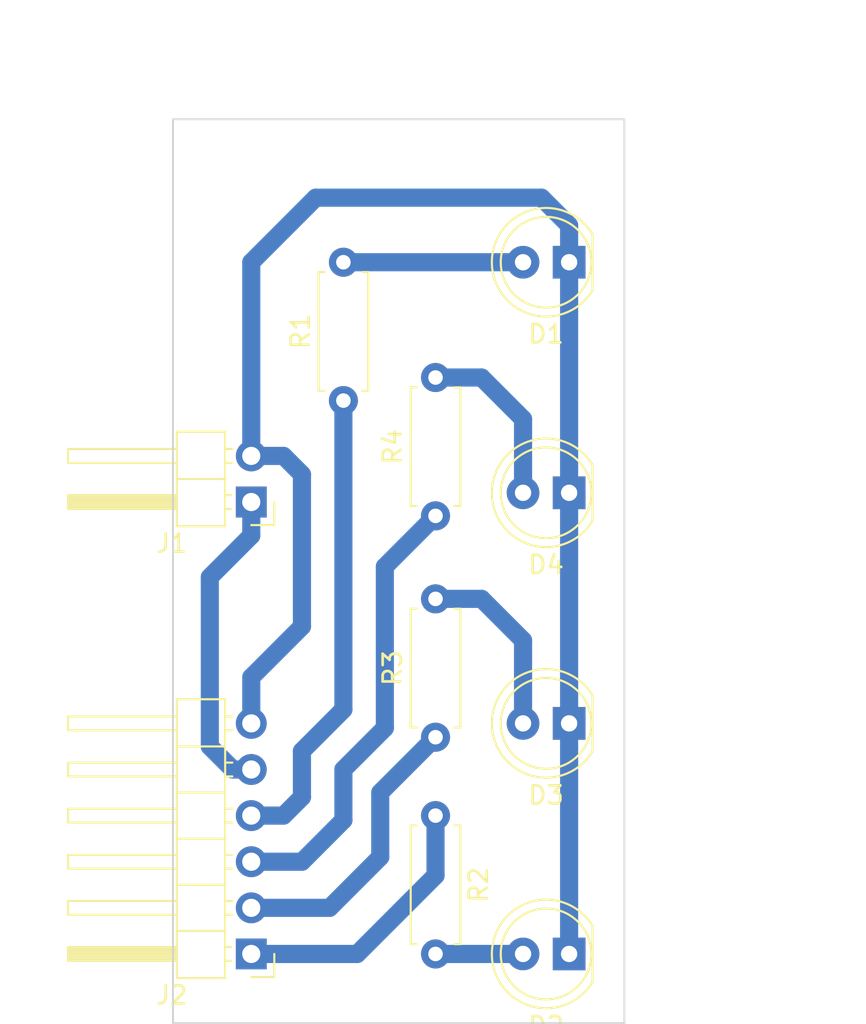
<source format=kicad_pcb>
(kicad_pcb (version 20171130) (host pcbnew "(5.1.2)-2")

  (general
    (thickness 1.6)
    (drawings 9)
    (tracks 45)
    (zones 0)
    (modules 10)
    (nets 11)
  )

  (page A4)
  (layers
    (0 F.Cu signal)
    (31 B.Cu signal)
    (32 B.Adhes user hide)
    (33 F.Adhes user hide)
    (34 B.Paste user hide)
    (35 F.Paste user hide)
    (36 B.SilkS user)
    (37 F.SilkS user)
    (38 B.Mask user hide)
    (39 F.Mask user hide)
    (40 Dwgs.User user)
    (41 Cmts.User user)
    (42 Eco1.User user)
    (43 Eco2.User user)
    (44 Edge.Cuts user)
    (45 Margin user hide)
    (46 B.CrtYd user)
    (47 F.CrtYd user)
    (48 B.Fab user)
    (49 F.Fab user)
  )

  (setup
    (last_trace_width 1)
    (user_trace_width 1)
    (trace_clearance 0.4)
    (zone_clearance 2)
    (zone_45_only no)
    (trace_min 0.2)
    (via_size 0.8)
    (via_drill 0.4)
    (via_min_size 0.4)
    (via_min_drill 0.3)
    (uvia_size 0.3)
    (uvia_drill 0.1)
    (uvias_allowed no)
    (uvia_min_size 0.2)
    (uvia_min_drill 0.1)
    (edge_width 0.05)
    (segment_width 0.2)
    (pcb_text_width 0.3)
    (pcb_text_size 1.5 1.5)
    (mod_edge_width 0.12)
    (mod_text_size 1 1)
    (mod_text_width 0.15)
    (pad_size 1.524 1.524)
    (pad_drill 0.762)
    (pad_to_mask_clearance 0.051)
    (solder_mask_min_width 0.25)
    (aux_axis_origin 0 0)
    (visible_elements 7FF9FFFF)
    (pcbplotparams
      (layerselection 0x010fc_ffffffff)
      (usegerberextensions false)
      (usegerberattributes false)
      (usegerberadvancedattributes false)
      (creategerberjobfile false)
      (excludeedgelayer true)
      (linewidth 0.100000)
      (plotframeref false)
      (viasonmask false)
      (mode 1)
      (useauxorigin false)
      (hpglpennumber 1)
      (hpglpenspeed 20)
      (hpglpendiameter 15.000000)
      (psnegative false)
      (psa4output false)
      (plotreference true)
      (plotvalue true)
      (plotinvisibletext false)
      (padsonsilk false)
      (subtractmaskfromsilk false)
      (outputformat 1)
      (mirror false)
      (drillshape 1)
      (scaleselection 1)
      (outputdirectory ""))
  )

  (net 0 "")
  (net 1 GND)
  (net 2 "Net-(D1-Pad2)")
  (net 3 "Net-(D2-Pad2)")
  (net 4 "Net-(D3-Pad2)")
  (net 5 "Net-(D4-Pad2)")
  (net 6 "Net-(J1-Pad1)")
  (net 7 "Net-(J2-Pad1)")
  (net 8 "Net-(J2-Pad2)")
  (net 9 "Net-(J2-Pad3)")
  (net 10 "Net-(J2-Pad4)")

  (net_class Default "Esta es la clase de red por defecto."
    (clearance 0.4)
    (trace_width 1)
    (via_dia 0.8)
    (via_drill 0.4)
    (uvia_dia 0.3)
    (uvia_drill 0.1)
    (add_net GND)
    (add_net "Net-(D1-Pad2)")
    (add_net "Net-(D2-Pad2)")
    (add_net "Net-(D3-Pad2)")
    (add_net "Net-(D4-Pad2)")
    (add_net "Net-(J1-Pad1)")
    (add_net "Net-(J2-Pad1)")
    (add_net "Net-(J2-Pad2)")
    (add_net "Net-(J2-Pad3)")
    (add_net "Net-(J2-Pad4)")
  )

  (module LED_THT:LED_D5.0mm (layer F.Cu) (tedit 5995936A) (tstamp 5DCBA1B7)
    (at 76.2 43.18 180)
    (descr "LED, diameter 5.0mm, 2 pins, http://cdn-reichelt.de/documents/datenblatt/A500/LL-504BC2E-009.pdf")
    (tags "LED diameter 5.0mm 2 pins")
    (path /5DCB350F)
    (fp_text reference D1 (at 1.27 -3.96) (layer F.SilkS)
      (effects (font (size 1 1) (thickness 0.15)))
    )
    (fp_text value Alimentacion (at 1.27 3.96) (layer F.Fab)
      (effects (font (size 1 1) (thickness 0.15)))
    )
    (fp_arc (start 1.27 0) (end -1.23 -1.469694) (angle 299.1) (layer F.Fab) (width 0.1))
    (fp_arc (start 1.27 0) (end -1.29 -1.54483) (angle 148.9) (layer F.SilkS) (width 0.12))
    (fp_arc (start 1.27 0) (end -1.29 1.54483) (angle -148.9) (layer F.SilkS) (width 0.12))
    (fp_circle (center 1.27 0) (end 3.77 0) (layer F.Fab) (width 0.1))
    (fp_circle (center 1.27 0) (end 3.77 0) (layer F.SilkS) (width 0.12))
    (fp_line (start -1.23 -1.469694) (end -1.23 1.469694) (layer F.Fab) (width 0.1))
    (fp_line (start -1.29 -1.545) (end -1.29 1.545) (layer F.SilkS) (width 0.12))
    (fp_line (start -1.95 -3.25) (end -1.95 3.25) (layer F.CrtYd) (width 0.05))
    (fp_line (start -1.95 3.25) (end 4.5 3.25) (layer F.CrtYd) (width 0.05))
    (fp_line (start 4.5 3.25) (end 4.5 -3.25) (layer F.CrtYd) (width 0.05))
    (fp_line (start 4.5 -3.25) (end -1.95 -3.25) (layer F.CrtYd) (width 0.05))
    (fp_text user %R (at 1.25 0) (layer F.Fab)
      (effects (font (size 0.8 0.8) (thickness 0.2)))
    )
    (pad 1 thru_hole rect (at 0 0 180) (size 1.8 1.8) (drill 0.9) (layers *.Cu *.Mask)
      (net 1 GND))
    (pad 2 thru_hole circle (at 2.54 0 180) (size 1.8 1.8) (drill 0.9) (layers *.Cu *.Mask)
      (net 2 "Net-(D1-Pad2)"))
    (model ${KISYS3DMOD}/LED_THT.3dshapes/LED_D5.0mm.wrl
      (at (xyz 0 0 0))
      (scale (xyz 1 1 1))
      (rotate (xyz 0 0 0))
    )
  )

  (module LED_THT:LED_D5.0mm (layer F.Cu) (tedit 5995936A) (tstamp 5DCBA02D)
    (at 76.2 81.28 180)
    (descr "LED, diameter 5.0mm, 2 pins, http://cdn-reichelt.de/documents/datenblatt/A500/LL-504BC2E-009.pdf")
    (tags "LED diameter 5.0mm 2 pins")
    (path /5DCB3E6B)
    (fp_text reference D2 (at 1.27 -3.96) (layer F.SilkS)
      (effects (font (size 1 1) (thickness 0.15)))
    )
    (fp_text value Funcionand (at 1.27 3.96) (layer F.Fab)
      (effects (font (size 1 1) (thickness 0.15)))
    )
    (fp_text user %R (at 1.25 0) (layer F.Fab)
      (effects (font (size 0.8 0.8) (thickness 0.2)))
    )
    (fp_line (start 4.5 -3.25) (end -1.95 -3.25) (layer F.CrtYd) (width 0.05))
    (fp_line (start 4.5 3.25) (end 4.5 -3.25) (layer F.CrtYd) (width 0.05))
    (fp_line (start -1.95 3.25) (end 4.5 3.25) (layer F.CrtYd) (width 0.05))
    (fp_line (start -1.95 -3.25) (end -1.95 3.25) (layer F.CrtYd) (width 0.05))
    (fp_line (start -1.29 -1.545) (end -1.29 1.545) (layer F.SilkS) (width 0.12))
    (fp_line (start -1.23 -1.469694) (end -1.23 1.469694) (layer F.Fab) (width 0.1))
    (fp_circle (center 1.27 0) (end 3.77 0) (layer F.SilkS) (width 0.12))
    (fp_circle (center 1.27 0) (end 3.77 0) (layer F.Fab) (width 0.1))
    (fp_arc (start 1.27 0) (end -1.29 1.54483) (angle -148.9) (layer F.SilkS) (width 0.12))
    (fp_arc (start 1.27 0) (end -1.29 -1.54483) (angle 148.9) (layer F.SilkS) (width 0.12))
    (fp_arc (start 1.27 0) (end -1.23 -1.469694) (angle 299.1) (layer F.Fab) (width 0.1))
    (pad 2 thru_hole circle (at 2.54 0 180) (size 1.8 1.8) (drill 0.9) (layers *.Cu *.Mask)
      (net 3 "Net-(D2-Pad2)"))
    (pad 1 thru_hole rect (at 0 0 180) (size 1.8 1.8) (drill 0.9) (layers *.Cu *.Mask)
      (net 1 GND))
    (model ${KISYS3DMOD}/LED_THT.3dshapes/LED_D5.0mm.wrl
      (at (xyz 0 0 0))
      (scale (xyz 1 1 1))
      (rotate (xyz 0 0 0))
    )
  )

  (module LED_THT:LED_D5.0mm (layer F.Cu) (tedit 5995936A) (tstamp 5DCBA10B)
    (at 76.2 68.58 180)
    (descr "LED, diameter 5.0mm, 2 pins, http://cdn-reichelt.de/documents/datenblatt/A500/LL-504BC2E-009.pdf")
    (tags "LED diameter 5.0mm 2 pins")
    (path /5DCB48B8)
    (fp_text reference D3 (at 1.27 -3.96) (layer F.SilkS)
      (effects (font (size 1 1) (thickness 0.15)))
    )
    (fp_text value Corriendo (at 1.27 3.96) (layer F.Fab)
      (effects (font (size 1 1) (thickness 0.15)))
    )
    (fp_arc (start 1.27 0) (end -1.23 -1.469694) (angle 299.1) (layer F.Fab) (width 0.1))
    (fp_arc (start 1.27 0) (end -1.29 -1.54483) (angle 148.9) (layer F.SilkS) (width 0.12))
    (fp_arc (start 1.27 0) (end -1.29 1.54483) (angle -148.9) (layer F.SilkS) (width 0.12))
    (fp_circle (center 1.27 0) (end 3.77 0) (layer F.Fab) (width 0.1))
    (fp_circle (center 1.27 0) (end 3.77 0) (layer F.SilkS) (width 0.12))
    (fp_line (start -1.23 -1.469694) (end -1.23 1.469694) (layer F.Fab) (width 0.1))
    (fp_line (start -1.29 -1.545) (end -1.29 1.545) (layer F.SilkS) (width 0.12))
    (fp_line (start -1.95 -3.25) (end -1.95 3.25) (layer F.CrtYd) (width 0.05))
    (fp_line (start -1.95 3.25) (end 4.5 3.25) (layer F.CrtYd) (width 0.05))
    (fp_line (start 4.5 3.25) (end 4.5 -3.25) (layer F.CrtYd) (width 0.05))
    (fp_line (start 4.5 -3.25) (end -1.95 -3.25) (layer F.CrtYd) (width 0.05))
    (fp_text user %R (at 1.25 0) (layer F.Fab)
      (effects (font (size 0.8 0.8) (thickness 0.2)))
    )
    (pad 1 thru_hole rect (at 0 0 180) (size 1.8 1.8) (drill 0.9) (layers *.Cu *.Mask)
      (net 1 GND))
    (pad 2 thru_hole circle (at 2.54 0 180) (size 1.8 1.8) (drill 0.9) (layers *.Cu *.Mask)
      (net 4 "Net-(D3-Pad2)"))
    (model ${KISYS3DMOD}/LED_THT.3dshapes/LED_D5.0mm.wrl
      (at (xyz 0 0 0))
      (scale (xyz 1 1 1))
      (rotate (xyz 0 0 0))
    )
  )

  (module LED_THT:LED_D5.0mm (layer F.Cu) (tedit 5995936A) (tstamp 5DCB88FD)
    (at 76.2 55.88 180)
    (descr "LED, diameter 5.0mm, 2 pins, http://cdn-reichelt.de/documents/datenblatt/A500/LL-504BC2E-009.pdf")
    (tags "LED diameter 5.0mm 2 pins")
    (path /5DCB501F)
    (fp_text reference D4 (at 1.27 -3.96) (layer F.SilkS)
      (effects (font (size 1 1) (thickness 0.15)))
    )
    (fp_text value Rele (at 1.27 3.96) (layer F.Fab)
      (effects (font (size 1 1) (thickness 0.15)))
    )
    (fp_text user %R (at 1.25 0) (layer F.Fab)
      (effects (font (size 0.8 0.8) (thickness 0.2)))
    )
    (fp_line (start 4.5 -3.25) (end -1.95 -3.25) (layer F.CrtYd) (width 0.05))
    (fp_line (start 4.5 3.25) (end 4.5 -3.25) (layer F.CrtYd) (width 0.05))
    (fp_line (start -1.95 3.25) (end 4.5 3.25) (layer F.CrtYd) (width 0.05))
    (fp_line (start -1.95 -3.25) (end -1.95 3.25) (layer F.CrtYd) (width 0.05))
    (fp_line (start -1.29 -1.545) (end -1.29 1.545) (layer F.SilkS) (width 0.12))
    (fp_line (start -1.23 -1.469694) (end -1.23 1.469694) (layer F.Fab) (width 0.1))
    (fp_circle (center 1.27 0) (end 3.77 0) (layer F.SilkS) (width 0.12))
    (fp_circle (center 1.27 0) (end 3.77 0) (layer F.Fab) (width 0.1))
    (fp_arc (start 1.27 0) (end -1.29 1.54483) (angle -148.9) (layer F.SilkS) (width 0.12))
    (fp_arc (start 1.27 0) (end -1.29 -1.54483) (angle 148.9) (layer F.SilkS) (width 0.12))
    (fp_arc (start 1.27 0) (end -1.23 -1.469694) (angle 299.1) (layer F.Fab) (width 0.1))
    (pad 2 thru_hole circle (at 2.54 0 180) (size 1.8 1.8) (drill 0.9) (layers *.Cu *.Mask)
      (net 5 "Net-(D4-Pad2)"))
    (pad 1 thru_hole rect (at 0 0 180) (size 1.8 1.8) (drill 0.9) (layers *.Cu *.Mask)
      (net 1 GND))
    (model ${KISYS3DMOD}/LED_THT.3dshapes/LED_D5.0mm.wrl
      (at (xyz 0 0 0))
      (scale (xyz 1 1 1))
      (rotate (xyz 0 0 0))
    )
  )

  (module Connector_PinHeader_2.54mm:PinHeader_1x02_P2.54mm_Horizontal (layer F.Cu) (tedit 59FED5CB) (tstamp 5DCB8DC1)
    (at 58.674 56.388 180)
    (descr "Through hole angled pin header, 1x02, 2.54mm pitch, 6mm pin length, single row")
    (tags "Through hole angled pin header THT 1x02 2.54mm single row")
    (path /5DCB6D15)
    (fp_text reference J1 (at 4.385 -2.27) (layer F.SilkS)
      (effects (font (size 1 1) (thickness 0.15)))
    )
    (fp_text value Conn_01x02_Male (at 4.385 4.81) (layer F.Fab)
      (effects (font (size 1 1) (thickness 0.15)))
    )
    (fp_line (start 2.135 -1.27) (end 4.04 -1.27) (layer F.Fab) (width 0.1))
    (fp_line (start 4.04 -1.27) (end 4.04 3.81) (layer F.Fab) (width 0.1))
    (fp_line (start 4.04 3.81) (end 1.5 3.81) (layer F.Fab) (width 0.1))
    (fp_line (start 1.5 3.81) (end 1.5 -0.635) (layer F.Fab) (width 0.1))
    (fp_line (start 1.5 -0.635) (end 2.135 -1.27) (layer F.Fab) (width 0.1))
    (fp_line (start -0.32 -0.32) (end 1.5 -0.32) (layer F.Fab) (width 0.1))
    (fp_line (start -0.32 -0.32) (end -0.32 0.32) (layer F.Fab) (width 0.1))
    (fp_line (start -0.32 0.32) (end 1.5 0.32) (layer F.Fab) (width 0.1))
    (fp_line (start 4.04 -0.32) (end 10.04 -0.32) (layer F.Fab) (width 0.1))
    (fp_line (start 10.04 -0.32) (end 10.04 0.32) (layer F.Fab) (width 0.1))
    (fp_line (start 4.04 0.32) (end 10.04 0.32) (layer F.Fab) (width 0.1))
    (fp_line (start -0.32 2.22) (end 1.5 2.22) (layer F.Fab) (width 0.1))
    (fp_line (start -0.32 2.22) (end -0.32 2.86) (layer F.Fab) (width 0.1))
    (fp_line (start -0.32 2.86) (end 1.5 2.86) (layer F.Fab) (width 0.1))
    (fp_line (start 4.04 2.22) (end 10.04 2.22) (layer F.Fab) (width 0.1))
    (fp_line (start 10.04 2.22) (end 10.04 2.86) (layer F.Fab) (width 0.1))
    (fp_line (start 4.04 2.86) (end 10.04 2.86) (layer F.Fab) (width 0.1))
    (fp_line (start 1.44 -1.33) (end 1.44 3.87) (layer F.SilkS) (width 0.12))
    (fp_line (start 1.44 3.87) (end 4.1 3.87) (layer F.SilkS) (width 0.12))
    (fp_line (start 4.1 3.87) (end 4.1 -1.33) (layer F.SilkS) (width 0.12))
    (fp_line (start 4.1 -1.33) (end 1.44 -1.33) (layer F.SilkS) (width 0.12))
    (fp_line (start 4.1 -0.38) (end 10.1 -0.38) (layer F.SilkS) (width 0.12))
    (fp_line (start 10.1 -0.38) (end 10.1 0.38) (layer F.SilkS) (width 0.12))
    (fp_line (start 10.1 0.38) (end 4.1 0.38) (layer F.SilkS) (width 0.12))
    (fp_line (start 4.1 -0.32) (end 10.1 -0.32) (layer F.SilkS) (width 0.12))
    (fp_line (start 4.1 -0.2) (end 10.1 -0.2) (layer F.SilkS) (width 0.12))
    (fp_line (start 4.1 -0.08) (end 10.1 -0.08) (layer F.SilkS) (width 0.12))
    (fp_line (start 4.1 0.04) (end 10.1 0.04) (layer F.SilkS) (width 0.12))
    (fp_line (start 4.1 0.16) (end 10.1 0.16) (layer F.SilkS) (width 0.12))
    (fp_line (start 4.1 0.28) (end 10.1 0.28) (layer F.SilkS) (width 0.12))
    (fp_line (start 1.11 -0.38) (end 1.44 -0.38) (layer F.SilkS) (width 0.12))
    (fp_line (start 1.11 0.38) (end 1.44 0.38) (layer F.SilkS) (width 0.12))
    (fp_line (start 1.44 1.27) (end 4.1 1.27) (layer F.SilkS) (width 0.12))
    (fp_line (start 4.1 2.16) (end 10.1 2.16) (layer F.SilkS) (width 0.12))
    (fp_line (start 10.1 2.16) (end 10.1 2.92) (layer F.SilkS) (width 0.12))
    (fp_line (start 10.1 2.92) (end 4.1 2.92) (layer F.SilkS) (width 0.12))
    (fp_line (start 1.042929 2.16) (end 1.44 2.16) (layer F.SilkS) (width 0.12))
    (fp_line (start 1.042929 2.92) (end 1.44 2.92) (layer F.SilkS) (width 0.12))
    (fp_line (start -1.27 0) (end -1.27 -1.27) (layer F.SilkS) (width 0.12))
    (fp_line (start -1.27 -1.27) (end 0 -1.27) (layer F.SilkS) (width 0.12))
    (fp_line (start -1.8 -1.8) (end -1.8 4.35) (layer F.CrtYd) (width 0.05))
    (fp_line (start -1.8 4.35) (end 10.55 4.35) (layer F.CrtYd) (width 0.05))
    (fp_line (start 10.55 4.35) (end 10.55 -1.8) (layer F.CrtYd) (width 0.05))
    (fp_line (start 10.55 -1.8) (end -1.8 -1.8) (layer F.CrtYd) (width 0.05))
    (fp_text user %R (at 2.77 1.27 270) (layer F.Fab)
      (effects (font (size 1 1) (thickness 0.15)))
    )
    (pad 1 thru_hole rect (at 0 0 180) (size 1.7 1.7) (drill 1) (layers *.Cu *.Mask)
      (net 6 "Net-(J1-Pad1)"))
    (pad 2 thru_hole oval (at 0 2.54 180) (size 1.7 1.7) (drill 1) (layers *.Cu *.Mask)
      (net 1 GND))
    (model ${KISYS3DMOD}/Connector_PinHeader_2.54mm.3dshapes/PinHeader_1x02_P2.54mm_Horizontal.wrl
      (at (xyz 0 0 0))
      (scale (xyz 1 1 1))
      (rotate (xyz 0 0 0))
    )
  )

  (module Connector_PinHeader_2.54mm:PinHeader_1x06_P2.54mm_Horizontal (layer F.Cu) (tedit 59FED5CB) (tstamp 5DCB9C6C)
    (at 58.674 81.28 180)
    (descr "Through hole angled pin header, 1x06, 2.54mm pitch, 6mm pin length, single row")
    (tags "Through hole angled pin header THT 1x06 2.54mm single row")
    (path /5DCB5725)
    (fp_text reference J2 (at 4.385 -2.27) (layer F.SilkS)
      (effects (font (size 1 1) (thickness 0.15)))
    )
    (fp_text value Conn_01x06_Male (at 4.385 14.97) (layer F.Fab)
      (effects (font (size 1 1) (thickness 0.15)))
    )
    (fp_line (start 2.135 -1.27) (end 4.04 -1.27) (layer F.Fab) (width 0.1))
    (fp_line (start 4.04 -1.27) (end 4.04 13.97) (layer F.Fab) (width 0.1))
    (fp_line (start 4.04 13.97) (end 1.5 13.97) (layer F.Fab) (width 0.1))
    (fp_line (start 1.5 13.97) (end 1.5 -0.635) (layer F.Fab) (width 0.1))
    (fp_line (start 1.5 -0.635) (end 2.135 -1.27) (layer F.Fab) (width 0.1))
    (fp_line (start -0.32 -0.32) (end 1.5 -0.32) (layer F.Fab) (width 0.1))
    (fp_line (start -0.32 -0.32) (end -0.32 0.32) (layer F.Fab) (width 0.1))
    (fp_line (start -0.32 0.32) (end 1.5 0.32) (layer F.Fab) (width 0.1))
    (fp_line (start 4.04 -0.32) (end 10.04 -0.32) (layer F.Fab) (width 0.1))
    (fp_line (start 10.04 -0.32) (end 10.04 0.32) (layer F.Fab) (width 0.1))
    (fp_line (start 4.04 0.32) (end 10.04 0.32) (layer F.Fab) (width 0.1))
    (fp_line (start -0.32 2.22) (end 1.5 2.22) (layer F.Fab) (width 0.1))
    (fp_line (start -0.32 2.22) (end -0.32 2.86) (layer F.Fab) (width 0.1))
    (fp_line (start -0.32 2.86) (end 1.5 2.86) (layer F.Fab) (width 0.1))
    (fp_line (start 4.04 2.22) (end 10.04 2.22) (layer F.Fab) (width 0.1))
    (fp_line (start 10.04 2.22) (end 10.04 2.86) (layer F.Fab) (width 0.1))
    (fp_line (start 4.04 2.86) (end 10.04 2.86) (layer F.Fab) (width 0.1))
    (fp_line (start -0.32 4.76) (end 1.5 4.76) (layer F.Fab) (width 0.1))
    (fp_line (start -0.32 4.76) (end -0.32 5.4) (layer F.Fab) (width 0.1))
    (fp_line (start -0.32 5.4) (end 1.5 5.4) (layer F.Fab) (width 0.1))
    (fp_line (start 4.04 4.76) (end 10.04 4.76) (layer F.Fab) (width 0.1))
    (fp_line (start 10.04 4.76) (end 10.04 5.4) (layer F.Fab) (width 0.1))
    (fp_line (start 4.04 5.4) (end 10.04 5.4) (layer F.Fab) (width 0.1))
    (fp_line (start -0.32 7.3) (end 1.5 7.3) (layer F.Fab) (width 0.1))
    (fp_line (start -0.32 7.3) (end -0.32 7.94) (layer F.Fab) (width 0.1))
    (fp_line (start -0.32 7.94) (end 1.5 7.94) (layer F.Fab) (width 0.1))
    (fp_line (start 4.04 7.3) (end 10.04 7.3) (layer F.Fab) (width 0.1))
    (fp_line (start 10.04 7.3) (end 10.04 7.94) (layer F.Fab) (width 0.1))
    (fp_line (start 4.04 7.94) (end 10.04 7.94) (layer F.Fab) (width 0.1))
    (fp_line (start -0.32 9.84) (end 1.5 9.84) (layer F.Fab) (width 0.1))
    (fp_line (start -0.32 9.84) (end -0.32 10.48) (layer F.Fab) (width 0.1))
    (fp_line (start -0.32 10.48) (end 1.5 10.48) (layer F.Fab) (width 0.1))
    (fp_line (start 4.04 9.84) (end 10.04 9.84) (layer F.Fab) (width 0.1))
    (fp_line (start 10.04 9.84) (end 10.04 10.48) (layer F.Fab) (width 0.1))
    (fp_line (start 4.04 10.48) (end 10.04 10.48) (layer F.Fab) (width 0.1))
    (fp_line (start -0.32 12.38) (end 1.5 12.38) (layer F.Fab) (width 0.1))
    (fp_line (start -0.32 12.38) (end -0.32 13.02) (layer F.Fab) (width 0.1))
    (fp_line (start -0.32 13.02) (end 1.5 13.02) (layer F.Fab) (width 0.1))
    (fp_line (start 4.04 12.38) (end 10.04 12.38) (layer F.Fab) (width 0.1))
    (fp_line (start 10.04 12.38) (end 10.04 13.02) (layer F.Fab) (width 0.1))
    (fp_line (start 4.04 13.02) (end 10.04 13.02) (layer F.Fab) (width 0.1))
    (fp_line (start 1.44 -1.33) (end 1.44 14.03) (layer F.SilkS) (width 0.12))
    (fp_line (start 1.44 14.03) (end 4.1 14.03) (layer F.SilkS) (width 0.12))
    (fp_line (start 4.1 14.03) (end 4.1 -1.33) (layer F.SilkS) (width 0.12))
    (fp_line (start 4.1 -1.33) (end 1.44 -1.33) (layer F.SilkS) (width 0.12))
    (fp_line (start 4.1 -0.38) (end 10.1 -0.38) (layer F.SilkS) (width 0.12))
    (fp_line (start 10.1 -0.38) (end 10.1 0.38) (layer F.SilkS) (width 0.12))
    (fp_line (start 10.1 0.38) (end 4.1 0.38) (layer F.SilkS) (width 0.12))
    (fp_line (start 4.1 -0.32) (end 10.1 -0.32) (layer F.SilkS) (width 0.12))
    (fp_line (start 4.1 -0.2) (end 10.1 -0.2) (layer F.SilkS) (width 0.12))
    (fp_line (start 4.1 -0.08) (end 10.1 -0.08) (layer F.SilkS) (width 0.12))
    (fp_line (start 4.1 0.04) (end 10.1 0.04) (layer F.SilkS) (width 0.12))
    (fp_line (start 4.1 0.16) (end 10.1 0.16) (layer F.SilkS) (width 0.12))
    (fp_line (start 4.1 0.28) (end 10.1 0.28) (layer F.SilkS) (width 0.12))
    (fp_line (start 1.11 -0.38) (end 1.44 -0.38) (layer F.SilkS) (width 0.12))
    (fp_line (start 1.11 0.38) (end 1.44 0.38) (layer F.SilkS) (width 0.12))
    (fp_line (start 1.44 1.27) (end 4.1 1.27) (layer F.SilkS) (width 0.12))
    (fp_line (start 4.1 2.16) (end 10.1 2.16) (layer F.SilkS) (width 0.12))
    (fp_line (start 10.1 2.16) (end 10.1 2.92) (layer F.SilkS) (width 0.12))
    (fp_line (start 10.1 2.92) (end 4.1 2.92) (layer F.SilkS) (width 0.12))
    (fp_line (start 1.042929 2.16) (end 1.44 2.16) (layer F.SilkS) (width 0.12))
    (fp_line (start 1.042929 2.92) (end 1.44 2.92) (layer F.SilkS) (width 0.12))
    (fp_line (start 1.44 3.81) (end 4.1 3.81) (layer F.SilkS) (width 0.12))
    (fp_line (start 4.1 4.7) (end 10.1 4.7) (layer F.SilkS) (width 0.12))
    (fp_line (start 10.1 4.7) (end 10.1 5.46) (layer F.SilkS) (width 0.12))
    (fp_line (start 10.1 5.46) (end 4.1 5.46) (layer F.SilkS) (width 0.12))
    (fp_line (start 1.042929 4.7) (end 1.44 4.7) (layer F.SilkS) (width 0.12))
    (fp_line (start 1.042929 5.46) (end 1.44 5.46) (layer F.SilkS) (width 0.12))
    (fp_line (start 1.44 6.35) (end 4.1 6.35) (layer F.SilkS) (width 0.12))
    (fp_line (start 4.1 7.24) (end 10.1 7.24) (layer F.SilkS) (width 0.12))
    (fp_line (start 10.1 7.24) (end 10.1 8) (layer F.SilkS) (width 0.12))
    (fp_line (start 10.1 8) (end 4.1 8) (layer F.SilkS) (width 0.12))
    (fp_line (start 1.042929 7.24) (end 1.44 7.24) (layer F.SilkS) (width 0.12))
    (fp_line (start 1.042929 8) (end 1.44 8) (layer F.SilkS) (width 0.12))
    (fp_line (start 1.44 8.89) (end 4.1 8.89) (layer F.SilkS) (width 0.12))
    (fp_line (start 4.1 9.78) (end 10.1 9.78) (layer F.SilkS) (width 0.12))
    (fp_line (start 10.1 9.78) (end 10.1 10.54) (layer F.SilkS) (width 0.12))
    (fp_line (start 10.1 10.54) (end 4.1 10.54) (layer F.SilkS) (width 0.12))
    (fp_line (start 1.042929 9.78) (end 1.44 9.78) (layer F.SilkS) (width 0.12))
    (fp_line (start 1.042929 10.54) (end 1.44 10.54) (layer F.SilkS) (width 0.12))
    (fp_line (start 1.44 11.43) (end 4.1 11.43) (layer F.SilkS) (width 0.12))
    (fp_line (start 4.1 12.32) (end 10.1 12.32) (layer F.SilkS) (width 0.12))
    (fp_line (start 10.1 12.32) (end 10.1 13.08) (layer F.SilkS) (width 0.12))
    (fp_line (start 10.1 13.08) (end 4.1 13.08) (layer F.SilkS) (width 0.12))
    (fp_line (start 1.042929 12.32) (end 1.44 12.32) (layer F.SilkS) (width 0.12))
    (fp_line (start 1.042929 13.08) (end 1.44 13.08) (layer F.SilkS) (width 0.12))
    (fp_line (start -1.27 0) (end -1.27 -1.27) (layer F.SilkS) (width 0.12))
    (fp_line (start -1.27 -1.27) (end 0 -1.27) (layer F.SilkS) (width 0.12))
    (fp_line (start -1.8 -1.8) (end -1.8 14.5) (layer F.CrtYd) (width 0.05))
    (fp_line (start -1.8 14.5) (end 10.55 14.5) (layer F.CrtYd) (width 0.05))
    (fp_line (start 10.55 14.5) (end 10.55 -1.8) (layer F.CrtYd) (width 0.05))
    (fp_line (start 10.55 -1.8) (end -1.8 -1.8) (layer F.CrtYd) (width 0.05))
    (fp_text user %R (at 2.77 6.35 90) (layer F.Fab)
      (effects (font (size 1 1) (thickness 0.15)))
    )
    (pad 1 thru_hole rect (at 0 0 180) (size 1.7 1.7) (drill 1) (layers *.Cu *.Mask)
      (net 7 "Net-(J2-Pad1)"))
    (pad 2 thru_hole oval (at 0 2.54 180) (size 1.7 1.7) (drill 1) (layers *.Cu *.Mask)
      (net 8 "Net-(J2-Pad2)"))
    (pad 3 thru_hole oval (at 0 5.08 180) (size 1.7 1.7) (drill 1) (layers *.Cu *.Mask)
      (net 9 "Net-(J2-Pad3)"))
    (pad 4 thru_hole oval (at 0 7.62 180) (size 1.7 1.7) (drill 1) (layers *.Cu *.Mask)
      (net 10 "Net-(J2-Pad4)"))
    (pad 5 thru_hole oval (at 0 10.16 180) (size 1.7 1.7) (drill 1) (layers *.Cu *.Mask)
      (net 6 "Net-(J1-Pad1)"))
    (pad 6 thru_hole oval (at 0 12.7 180) (size 1.7 1.7) (drill 1) (layers *.Cu *.Mask)
      (net 1 GND))
    (model ${KISYS3DMOD}/Connector_PinHeader_2.54mm.3dshapes/PinHeader_1x06_P2.54mm_Horizontal.wrl
      (at (xyz 0 0 0))
      (scale (xyz 1 1 1))
      (rotate (xyz 0 0 0))
    )
  )

  (module Resistor_THT:R_Axial_DIN0207_L6.3mm_D2.5mm_P7.62mm_Horizontal (layer F.Cu) (tedit 5AE5139B) (tstamp 5E5EC80D)
    (at 63.754 50.8 90)
    (descr "Resistor, Axial_DIN0207 series, Axial, Horizontal, pin pitch=7.62mm, 0.25W = 1/4W, length*diameter=6.3*2.5mm^2, http://cdn-reichelt.de/documents/datenblatt/B400/1_4W%23YAG.pdf")
    (tags "Resistor Axial_DIN0207 series Axial Horizontal pin pitch 7.62mm 0.25W = 1/4W length 6.3mm diameter 2.5mm")
    (path /5DCB7A95)
    (fp_text reference R1 (at 3.81 -2.37 90) (layer F.SilkS)
      (effects (font (size 1 1) (thickness 0.15)))
    )
    (fp_text value R (at 3.81 2.37 90) (layer F.Fab)
      (effects (font (size 1 1) (thickness 0.15)))
    )
    (fp_line (start 0.66 -1.25) (end 0.66 1.25) (layer F.Fab) (width 0.1))
    (fp_line (start 0.66 1.25) (end 6.96 1.25) (layer F.Fab) (width 0.1))
    (fp_line (start 6.96 1.25) (end 6.96 -1.25) (layer F.Fab) (width 0.1))
    (fp_line (start 6.96 -1.25) (end 0.66 -1.25) (layer F.Fab) (width 0.1))
    (fp_line (start 0 0) (end 0.66 0) (layer F.Fab) (width 0.1))
    (fp_line (start 7.62 0) (end 6.96 0) (layer F.Fab) (width 0.1))
    (fp_line (start 0.54 -1.04) (end 0.54 -1.37) (layer F.SilkS) (width 0.12))
    (fp_line (start 0.54 -1.37) (end 7.08 -1.37) (layer F.SilkS) (width 0.12))
    (fp_line (start 7.08 -1.37) (end 7.08 -1.04) (layer F.SilkS) (width 0.12))
    (fp_line (start 0.54 1.04) (end 0.54 1.37) (layer F.SilkS) (width 0.12))
    (fp_line (start 0.54 1.37) (end 7.08 1.37) (layer F.SilkS) (width 0.12))
    (fp_line (start 7.08 1.37) (end 7.08 1.04) (layer F.SilkS) (width 0.12))
    (fp_line (start -1.05 -1.5) (end -1.05 1.5) (layer F.CrtYd) (width 0.05))
    (fp_line (start -1.05 1.5) (end 8.67 1.5) (layer F.CrtYd) (width 0.05))
    (fp_line (start 8.67 1.5) (end 8.67 -1.5) (layer F.CrtYd) (width 0.05))
    (fp_line (start 8.67 -1.5) (end -1.05 -1.5) (layer F.CrtYd) (width 0.05))
    (fp_text user %R (at 3.81 0 90) (layer F.Fab)
      (effects (font (size 1 1) (thickness 0.15)))
    )
    (pad 1 thru_hole circle (at 0 0 90) (size 1.6 1.6) (drill 0.8) (layers *.Cu *.Mask)
      (net 10 "Net-(J2-Pad4)"))
    (pad 2 thru_hole oval (at 7.62 0 90) (size 1.6 1.6) (drill 0.8) (layers *.Cu *.Mask)
      (net 2 "Net-(D1-Pad2)"))
    (model ${KISYS3DMOD}/Resistor_THT.3dshapes/R_Axial_DIN0207_L6.3mm_D2.5mm_P7.62mm_Horizontal.wrl
      (at (xyz 0 0 0))
      (scale (xyz 1 1 1))
      (rotate (xyz 0 0 0))
    )
  )

  (module Resistor_THT:R_Axial_DIN0207_L6.3mm_D2.5mm_P7.62mm_Horizontal (layer F.Cu) (tedit 5AE5139B) (tstamp 5E5EC601)
    (at 68.834 73.66 270)
    (descr "Resistor, Axial_DIN0207 series, Axial, Horizontal, pin pitch=7.62mm, 0.25W = 1/4W, length*diameter=6.3*2.5mm^2, http://cdn-reichelt.de/documents/datenblatt/B400/1_4W%23YAG.pdf")
    (tags "Resistor Axial_DIN0207 series Axial Horizontal pin pitch 7.62mm 0.25W = 1/4W length 6.3mm diameter 2.5mm")
    (path /5DCB8331)
    (fp_text reference R2 (at 3.81 -2.37 90) (layer F.SilkS)
      (effects (font (size 1 1) (thickness 0.15)))
    )
    (fp_text value R (at 3.81 2.37 90) (layer F.Fab)
      (effects (font (size 1 1) (thickness 0.15)))
    )
    (fp_text user %R (at 3.81 0 90) (layer F.Fab)
      (effects (font (size 1 1) (thickness 0.15)))
    )
    (fp_line (start 8.67 -1.5) (end -1.05 -1.5) (layer F.CrtYd) (width 0.05))
    (fp_line (start 8.67 1.5) (end 8.67 -1.5) (layer F.CrtYd) (width 0.05))
    (fp_line (start -1.05 1.5) (end 8.67 1.5) (layer F.CrtYd) (width 0.05))
    (fp_line (start -1.05 -1.5) (end -1.05 1.5) (layer F.CrtYd) (width 0.05))
    (fp_line (start 7.08 1.37) (end 7.08 1.04) (layer F.SilkS) (width 0.12))
    (fp_line (start 0.54 1.37) (end 7.08 1.37) (layer F.SilkS) (width 0.12))
    (fp_line (start 0.54 1.04) (end 0.54 1.37) (layer F.SilkS) (width 0.12))
    (fp_line (start 7.08 -1.37) (end 7.08 -1.04) (layer F.SilkS) (width 0.12))
    (fp_line (start 0.54 -1.37) (end 7.08 -1.37) (layer F.SilkS) (width 0.12))
    (fp_line (start 0.54 -1.04) (end 0.54 -1.37) (layer F.SilkS) (width 0.12))
    (fp_line (start 7.62 0) (end 6.96 0) (layer F.Fab) (width 0.1))
    (fp_line (start 0 0) (end 0.66 0) (layer F.Fab) (width 0.1))
    (fp_line (start 6.96 -1.25) (end 0.66 -1.25) (layer F.Fab) (width 0.1))
    (fp_line (start 6.96 1.25) (end 6.96 -1.25) (layer F.Fab) (width 0.1))
    (fp_line (start 0.66 1.25) (end 6.96 1.25) (layer F.Fab) (width 0.1))
    (fp_line (start 0.66 -1.25) (end 0.66 1.25) (layer F.Fab) (width 0.1))
    (pad 2 thru_hole oval (at 7.62 0 270) (size 1.6 1.6) (drill 0.8) (layers *.Cu *.Mask)
      (net 3 "Net-(D2-Pad2)"))
    (pad 1 thru_hole circle (at 0 0 270) (size 1.6 1.6) (drill 0.8) (layers *.Cu *.Mask)
      (net 7 "Net-(J2-Pad1)"))
    (model ${KISYS3DMOD}/Resistor_THT.3dshapes/R_Axial_DIN0207_L6.3mm_D2.5mm_P7.62mm_Horizontal.wrl
      (at (xyz 0 0 0))
      (scale (xyz 1 1 1))
      (rotate (xyz 0 0 0))
    )
  )

  (module Resistor_THT:R_Axial_DIN0207_L6.3mm_D2.5mm_P7.62mm_Horizontal (layer F.Cu) (tedit 5AE5139B) (tstamp 5E5EC744)
    (at 68.834 69.342 90)
    (descr "Resistor, Axial_DIN0207 series, Axial, Horizontal, pin pitch=7.62mm, 0.25W = 1/4W, length*diameter=6.3*2.5mm^2, http://cdn-reichelt.de/documents/datenblatt/B400/1_4W%23YAG.pdf")
    (tags "Resistor Axial_DIN0207 series Axial Horizontal pin pitch 7.62mm 0.25W = 1/4W length 6.3mm diameter 2.5mm")
    (path /5DCB8819)
    (fp_text reference R3 (at 3.81 -2.37 90) (layer F.SilkS)
      (effects (font (size 1 1) (thickness 0.15)))
    )
    (fp_text value R (at 3.81 2.37 90) (layer F.Fab)
      (effects (font (size 1 1) (thickness 0.15)))
    )
    (fp_line (start 0.66 -1.25) (end 0.66 1.25) (layer F.Fab) (width 0.1))
    (fp_line (start 0.66 1.25) (end 6.96 1.25) (layer F.Fab) (width 0.1))
    (fp_line (start 6.96 1.25) (end 6.96 -1.25) (layer F.Fab) (width 0.1))
    (fp_line (start 6.96 -1.25) (end 0.66 -1.25) (layer F.Fab) (width 0.1))
    (fp_line (start 0 0) (end 0.66 0) (layer F.Fab) (width 0.1))
    (fp_line (start 7.62 0) (end 6.96 0) (layer F.Fab) (width 0.1))
    (fp_line (start 0.54 -1.04) (end 0.54 -1.37) (layer F.SilkS) (width 0.12))
    (fp_line (start 0.54 -1.37) (end 7.08 -1.37) (layer F.SilkS) (width 0.12))
    (fp_line (start 7.08 -1.37) (end 7.08 -1.04) (layer F.SilkS) (width 0.12))
    (fp_line (start 0.54 1.04) (end 0.54 1.37) (layer F.SilkS) (width 0.12))
    (fp_line (start 0.54 1.37) (end 7.08 1.37) (layer F.SilkS) (width 0.12))
    (fp_line (start 7.08 1.37) (end 7.08 1.04) (layer F.SilkS) (width 0.12))
    (fp_line (start -1.05 -1.5) (end -1.05 1.5) (layer F.CrtYd) (width 0.05))
    (fp_line (start -1.05 1.5) (end 8.67 1.5) (layer F.CrtYd) (width 0.05))
    (fp_line (start 8.67 1.5) (end 8.67 -1.5) (layer F.CrtYd) (width 0.05))
    (fp_line (start 8.67 -1.5) (end -1.05 -1.5) (layer F.CrtYd) (width 0.05))
    (fp_text user %R (at 3.81 0 90) (layer F.Fab)
      (effects (font (size 1 1) (thickness 0.15)))
    )
    (pad 1 thru_hole circle (at 0 0 90) (size 1.6 1.6) (drill 0.8) (layers *.Cu *.Mask)
      (net 8 "Net-(J2-Pad2)"))
    (pad 2 thru_hole oval (at 7.62 0 90) (size 1.6 1.6) (drill 0.8) (layers *.Cu *.Mask)
      (net 4 "Net-(D3-Pad2)"))
    (model ${KISYS3DMOD}/Resistor_THT.3dshapes/R_Axial_DIN0207_L6.3mm_D2.5mm_P7.62mm_Horizontal.wrl
      (at (xyz 0 0 0))
      (scale (xyz 1 1 1))
      (rotate (xyz 0 0 0))
    )
  )

  (module Resistor_THT:R_Axial_DIN0207_L6.3mm_D2.5mm_P7.62mm_Horizontal (layer F.Cu) (tedit 5AE5139B) (tstamp 5DCB89F3)
    (at 68.834 57.15 90)
    (descr "Resistor, Axial_DIN0207 series, Axial, Horizontal, pin pitch=7.62mm, 0.25W = 1/4W, length*diameter=6.3*2.5mm^2, http://cdn-reichelt.de/documents/datenblatt/B400/1_4W%23YAG.pdf")
    (tags "Resistor Axial_DIN0207 series Axial Horizontal pin pitch 7.62mm 0.25W = 1/4W length 6.3mm diameter 2.5mm")
    (path /5DCB8BF9)
    (fp_text reference R4 (at 3.81 -2.37 90) (layer F.SilkS)
      (effects (font (size 1 1) (thickness 0.15)))
    )
    (fp_text value R (at 3.81 2.37 90) (layer F.Fab)
      (effects (font (size 1 1) (thickness 0.15)))
    )
    (fp_text user %R (at 3.81 0 90) (layer F.Fab)
      (effects (font (size 1 1) (thickness 0.15)))
    )
    (fp_line (start 8.67 -1.5) (end -1.05 -1.5) (layer F.CrtYd) (width 0.05))
    (fp_line (start 8.67 1.5) (end 8.67 -1.5) (layer F.CrtYd) (width 0.05))
    (fp_line (start -1.05 1.5) (end 8.67 1.5) (layer F.CrtYd) (width 0.05))
    (fp_line (start -1.05 -1.5) (end -1.05 1.5) (layer F.CrtYd) (width 0.05))
    (fp_line (start 7.08 1.37) (end 7.08 1.04) (layer F.SilkS) (width 0.12))
    (fp_line (start 0.54 1.37) (end 7.08 1.37) (layer F.SilkS) (width 0.12))
    (fp_line (start 0.54 1.04) (end 0.54 1.37) (layer F.SilkS) (width 0.12))
    (fp_line (start 7.08 -1.37) (end 7.08 -1.04) (layer F.SilkS) (width 0.12))
    (fp_line (start 0.54 -1.37) (end 7.08 -1.37) (layer F.SilkS) (width 0.12))
    (fp_line (start 0.54 -1.04) (end 0.54 -1.37) (layer F.SilkS) (width 0.12))
    (fp_line (start 7.62 0) (end 6.96 0) (layer F.Fab) (width 0.1))
    (fp_line (start 0 0) (end 0.66 0) (layer F.Fab) (width 0.1))
    (fp_line (start 6.96 -1.25) (end 0.66 -1.25) (layer F.Fab) (width 0.1))
    (fp_line (start 6.96 1.25) (end 6.96 -1.25) (layer F.Fab) (width 0.1))
    (fp_line (start 0.66 1.25) (end 6.96 1.25) (layer F.Fab) (width 0.1))
    (fp_line (start 0.66 -1.25) (end 0.66 1.25) (layer F.Fab) (width 0.1))
    (pad 2 thru_hole oval (at 7.62 0 90) (size 1.6 1.6) (drill 0.8) (layers *.Cu *.Mask)
      (net 5 "Net-(D4-Pad2)"))
    (pad 1 thru_hole circle (at 0 0 90) (size 1.6 1.6) (drill 0.8) (layers *.Cu *.Mask)
      (net 9 "Net-(J2-Pad3)"))
    (model ${KISYS3DMOD}/Resistor_THT.3dshapes/R_Axial_DIN0207_L6.3mm_D2.5mm_P7.62mm_Horizontal.wrl
      (at (xyz 0 0 0))
      (scale (xyz 1 1 1))
      (rotate (xyz 0 0 0))
    )
  )

  (gr_line (start 79.248 85.09) (end 54.356 85.09) (layer Edge.Cuts) (width 0.1))
  (gr_line (start 79.248 35.306) (end 79.248 85.09) (layer Edge.Cuts) (width 0.1))
  (gr_line (start 54.356 35.306) (end 79.248 35.306) (layer Edge.Cuts) (width 0.1))
  (gr_line (start 54.356 85.09) (end 54.356 35.306) (layer Edge.Cuts) (width 0.1))
  (dimension 12.7 (width 0.15) (layer Eco2.User) (tstamp 5DCBA165)
    (gr_text "12.700 mm" (at 91.216 49.53 90) (layer Eco2.User) (tstamp 5DCBA165)
      (effects (font (size 1 1) (thickness 0.15)))
    )
    (feature1 (pts (xy 80.772 43.18) (xy 90.502421 43.18)))
    (feature2 (pts (xy 80.772 55.88) (xy 90.502421 55.88)))
    (crossbar (pts (xy 89.916 55.88) (xy 89.916 43.18)))
    (arrow1a (pts (xy 89.916 43.18) (xy 90.502421 44.306504)))
    (arrow1b (pts (xy 89.916 43.18) (xy 89.329579 44.306504)))
    (arrow2a (pts (xy 89.916 55.88) (xy 90.502421 54.753496)))
    (arrow2b (pts (xy 89.916 55.88) (xy 89.329579 54.753496)))
  )
  (dimension 12.7 (width 0.15) (layer Eco2.User) (tstamp 5DCBA165)
    (gr_text "12.700 mm" (at 91.216 62.23 90) (layer Eco2.User) (tstamp 5DCBA165)
      (effects (font (size 1 1) (thickness 0.15)))
    )
    (feature1 (pts (xy 80.772 55.88) (xy 90.502421 55.88)))
    (feature2 (pts (xy 80.772 68.58) (xy 90.502421 68.58)))
    (crossbar (pts (xy 89.916 68.58) (xy 89.916 55.88)))
    (arrow1a (pts (xy 89.916 55.88) (xy 90.502421 57.006504)))
    (arrow1b (pts (xy 89.916 55.88) (xy 89.329579 57.006504)))
    (arrow2a (pts (xy 89.916 68.58) (xy 90.502421 67.453496)))
    (arrow2b (pts (xy 89.916 68.58) (xy 89.329579 67.453496)))
  )
  (dimension 12.7 (width 0.15) (layer Eco2.User)
    (gr_text "12.700 mm" (at 91.216 74.93 90) (layer Eco2.User)
      (effects (font (size 1 1) (thickness 0.15)))
    )
    (feature1 (pts (xy 80.772 68.58) (xy 90.502421 68.58)))
    (feature2 (pts (xy 80.772 81.28) (xy 90.502421 81.28)))
    (crossbar (pts (xy 89.916 81.28) (xy 89.916 68.58)))
    (arrow1a (pts (xy 89.916 68.58) (xy 90.502421 69.706504)))
    (arrow1b (pts (xy 89.916 68.58) (xy 89.329579 69.706504)))
    (arrow2a (pts (xy 89.916 81.28) (xy 90.502421 80.153496)))
    (arrow2b (pts (xy 89.916 81.28) (xy 89.329579 80.153496)))
  )
  (dimension 24.892 (width 0.15) (layer Eco2.User) (tstamp 5E5EC097)
    (gr_text "24.892 mm" (at 66.802 29.434) (layer Eco2.User) (tstamp 5E5EC0EC)
      (effects (font (size 1 1) (thickness 0.15)))
    )
    (feature1 (pts (xy 79.248 35.306) (xy 79.248 30.147579)))
    (feature2 (pts (xy 54.356 35.306) (xy 54.356 30.147579)))
    (crossbar (pts (xy 54.356 30.734) (xy 79.248 30.734)))
    (arrow1a (pts (xy 79.248 30.734) (xy 78.121496 31.320421)))
    (arrow1b (pts (xy 79.248 30.734) (xy 78.121496 30.147579)))
    (arrow2a (pts (xy 54.356 30.734) (xy 55.482504 31.320421)))
    (arrow2b (pts (xy 54.356 30.734) (xy 55.482504 30.147579)))
  )
  (dimension 49.784 (width 0.15) (layer Eco2.User) (tstamp 5E5EC070)
    (gr_text "49.784 mm" (at 48.484 60.198 270) (layer Eco2.User) (tstamp 5E5EC0E6)
      (effects (font (size 1 1) (thickness 0.15)))
    )
    (feature1 (pts (xy 54.318 85.09) (xy 49.197579 85.09)))
    (feature2 (pts (xy 54.318 35.306) (xy 49.197579 35.306)))
    (crossbar (pts (xy 49.784 35.306) (xy 49.784 85.09)))
    (arrow1a (pts (xy 49.784 85.09) (xy 49.197579 83.963496)))
    (arrow1b (pts (xy 49.784 85.09) (xy 50.370421 83.963496)))
    (arrow2a (pts (xy 49.784 35.306) (xy 49.197579 36.432504)))
    (arrow2b (pts (xy 49.784 35.306) (xy 50.370421 36.432504)))
  )

  (segment (start 76.2 81.28) (end 76.2 68.58) (width 1) (layer B.Cu) (net 1))
  (segment (start 76.2 68.58) (end 76.2 55.88) (width 1) (layer B.Cu) (net 1))
  (segment (start 76.2 55.88) (end 76.2 43.18) (width 1) (layer B.Cu) (net 1))
  (segment (start 60.452 53.848) (end 58.674 53.848) (width 1) (layer B.Cu) (net 1))
  (segment (start 61.468 54.864) (end 60.452 53.848) (width 1) (layer B.Cu) (net 1))
  (segment (start 61.468 63.246) (end 61.468 54.864) (width 1) (layer B.Cu) (net 1))
  (segment (start 58.674 68.58) (end 58.674 66.04) (width 1) (layer B.Cu) (net 1))
  (segment (start 58.674 66.04) (end 61.468 63.246) (width 1) (layer B.Cu) (net 1))
  (segment (start 76.2 41.148) (end 76.2 43.18) (width 1) (layer B.Cu) (net 1))
  (segment (start 74.676 39.624) (end 76.2 41.148) (width 1) (layer B.Cu) (net 1))
  (segment (start 62.23 39.624) (end 74.676 39.624) (width 1) (layer B.Cu) (net 1))
  (segment (start 58.674 53.848) (end 58.674 43.18) (width 1) (layer B.Cu) (net 1))
  (segment (start 58.674 43.18) (end 62.23 39.624) (width 1) (layer B.Cu) (net 1))
  (segment (start 63.754 43.18) (end 73.66 43.18) (width 1) (layer B.Cu) (net 2))
  (segment (start 68.834 81.28) (end 73.66 81.28) (width 1) (layer B.Cu) (net 3))
  (segment (start 73.66 64.008) (end 73.66 68.58) (width 1) (layer B.Cu) (net 4))
  (segment (start 68.834 61.722) (end 71.374 61.722) (width 1) (layer B.Cu) (net 4))
  (segment (start 71.374 61.722) (end 73.66 64.008) (width 1) (layer B.Cu) (net 4))
  (segment (start 73.66 51.816) (end 73.66 55.88) (width 1) (layer B.Cu) (net 5))
  (segment (start 68.834 49.53) (end 71.374 49.53) (width 1) (layer B.Cu) (net 5))
  (segment (start 71.374 49.53) (end 73.66 51.816) (width 1) (layer B.Cu) (net 5))
  (segment (start 58.674 58.238) (end 58.674 56.388) (width 1) (layer B.Cu) (net 6))
  (segment (start 56.388 60.524) (end 58.674 58.238) (width 1) (layer B.Cu) (net 6))
  (segment (start 56.388 69.85) (end 56.388 60.524) (width 1) (layer B.Cu) (net 6))
  (segment (start 58.674 71.12) (end 57.658 71.12) (width 1) (layer B.Cu) (net 6))
  (segment (start 57.658 71.12) (end 56.388 69.85) (width 1) (layer B.Cu) (net 6))
  (segment (start 60.524 81.28) (end 58.674 81.28) (width 1) (layer B.Cu) (net 7))
  (segment (start 64.516 81.28) (end 60.524 81.28) (width 1) (layer B.Cu) (net 7))
  (segment (start 68.834 73.66) (end 68.834 76.962) (width 1) (layer B.Cu) (net 7))
  (segment (start 68.834 76.962) (end 64.516 81.28) (width 1) (layer B.Cu) (net 7))
  (segment (start 65.786 72.39) (end 68.834 69.342) (width 1) (layer B.Cu) (net 8))
  (segment (start 65.786 75.946) (end 65.786 72.39) (width 1) (layer B.Cu) (net 8))
  (segment (start 58.674 78.74) (end 62.992 78.74) (width 1) (layer B.Cu) (net 8))
  (segment (start 62.992 78.74) (end 65.786 75.946) (width 1) (layer B.Cu) (net 8))
  (segment (start 61.468 76.2) (end 58.674 76.2) (width 1) (layer B.Cu) (net 9))
  (segment (start 63.754 73.914) (end 61.468 76.2) (width 1) (layer B.Cu) (net 9))
  (segment (start 63.754 71.12) (end 63.754 73.914) (width 1) (layer B.Cu) (net 9))
  (segment (start 66.04 68.834) (end 63.754 71.12) (width 1) (layer B.Cu) (net 9))
  (segment (start 68.834 57.15) (end 66.04 59.944) (width 1) (layer B.Cu) (net 9))
  (segment (start 66.04 59.944) (end 66.04 68.834) (width 1) (layer B.Cu) (net 9))
  (segment (start 63.754 67.818) (end 63.754 50.8) (width 1) (layer B.Cu) (net 10))
  (segment (start 61.468 70.104) (end 63.754 67.818) (width 1) (layer B.Cu) (net 10))
  (segment (start 61.468 72.644) (end 61.468 70.104) (width 1) (layer B.Cu) (net 10))
  (segment (start 58.674 73.66) (end 60.452 73.66) (width 1) (layer B.Cu) (net 10))
  (segment (start 60.452 73.66) (end 61.468 72.644) (width 1) (layer B.Cu) (net 10))

)

</source>
